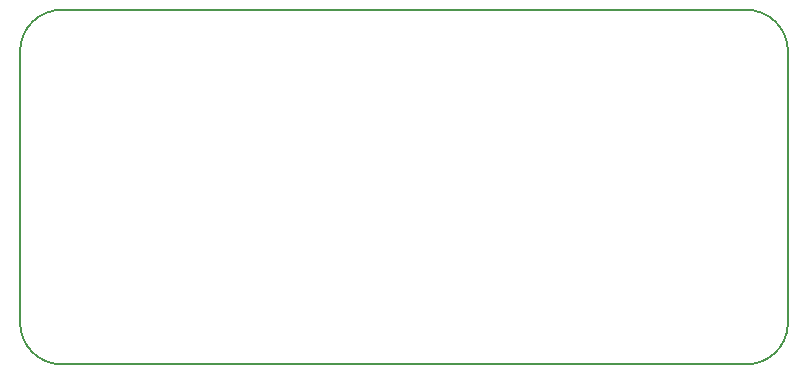
<source format=gbr>
G04 #@! TF.FileFunction,Profile,NP*
%FSLAX46Y46*%
G04 Gerber Fmt 4.6, Leading zero omitted, Abs format (unit mm)*
G04 Created by KiCad (PCBNEW 4.0.5+dfsg1-4) date Sat Aug 11 18:46:33 2018*
%MOMM*%
%LPD*%
G01*
G04 APERTURE LIST*
%ADD10C,0.100000*%
%ADD11C,0.150000*%
G04 APERTURE END LIST*
D10*
D11*
X186200000Y-108300000D02*
X186200000Y-85000000D01*
X182600000Y-81600000D02*
X124800000Y-81600000D01*
X186200000Y-85000000D02*
G75*
G03X182600000Y-81600000I-3500000J-100000D01*
G01*
X121200000Y-108100000D02*
X121200000Y-85000000D01*
X182500000Y-111600000D02*
X124700000Y-111600000D01*
X182500000Y-111600000D02*
G75*
G03X186200000Y-108300000I200000J3500000D01*
G01*
X121200000Y-108100000D02*
G75*
G03X124700000Y-111600000I3500000J0D01*
G01*
X124800000Y-81600000D02*
G75*
G03X121200000Y-85000000I-100000J-3500000D01*
G01*
M02*

</source>
